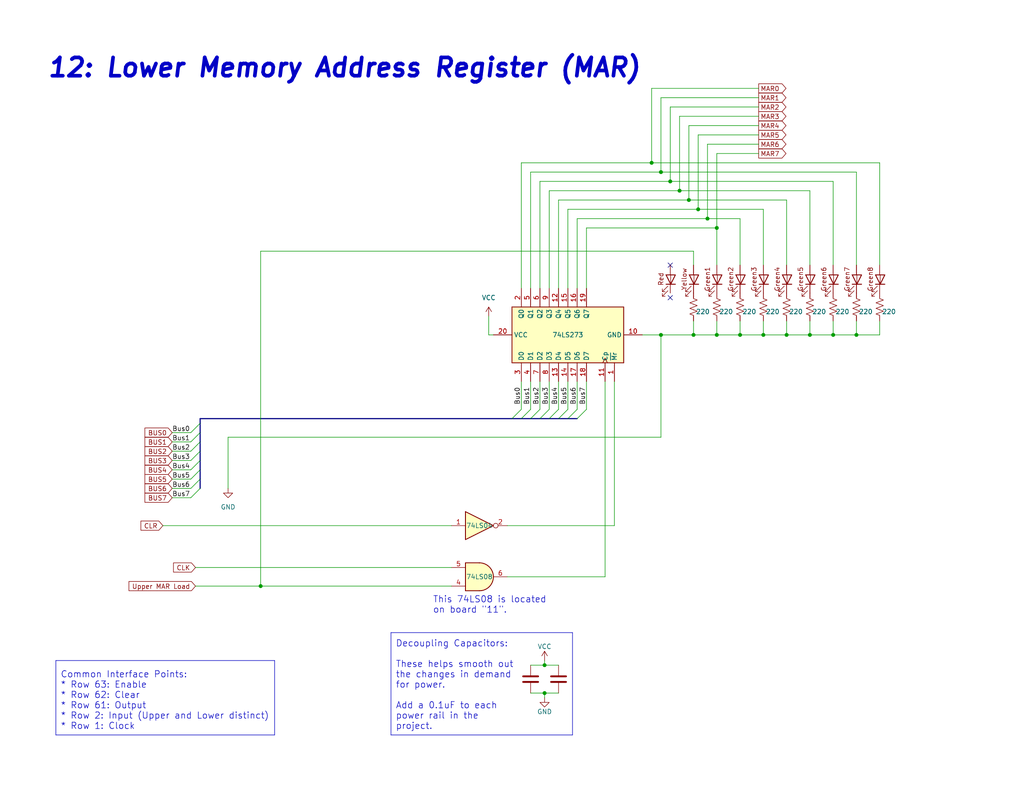
<source format=kicad_sch>
(kicad_sch (version 20211123) (generator eeschema)
  (paper "USLetter")
  (title_block (title "12: Upper Memory Address Register (MAR)") (date "2022-02-27") (rev "1.1") (comment 1 "This board is located in Column 1 and Row 2") (comment 2 "The 74LS08 is located on board \"11\"") (comment 3 "The 74LS04 located on this board is shared with board \"11\""))
  (lib_symbols
    (symbol "74xx:74LS04"
      (property "Reference" "U" (at 0 1.27 0))
      (property "Value" "74LS04" (at 0 -1.27 0))
      (symbol "74LS04_1_0"
        (polyline (pts (xy -3.81 3.81) (xy -3.81 -3.81) (xy 3.81 0) (xy -3.81 3.81)) (stroke (width 0.254)) (fill (type background)))
        (pin input line (at -7.62 0 0) (length 3.81) (name "~") (number "1"))
        (pin output inverted (at 7.62 0 180) (length 3.81) (name "~") (number "2"))
      )
      (symbol "74LS04_2_0"
        (polyline (pts (xy -3.81 3.81) (xy -3.81 -3.81) (xy 3.81 0) (xy -3.81 3.81)) (stroke (width 0.254)) (fill (type background)))
        (pin input line (at -7.62 0 0) (length 3.81) (name "~") (number "3"))
        (pin output inverted (at 7.62 0 180) (length 3.81) (name "~") (number "4"))
      )
      (symbol "74LS04_3_0"
        (polyline (pts (xy -3.81 3.81) (xy -3.81 -3.81) (xy 3.81 0) (xy -3.81 3.81)) (stroke (width 0.254)) (fill (type background)))
        (pin input line (at -7.62 0 0) (length 3.81) (name "~") (number "5"))
        (pin output inverted (at 7.62 0 180) (length 3.81) (name "~") (number "6"))
      )
      (symbol "74LS04_4_0"
        (polyline (pts (xy -3.81 3.81) (xy -3.81 -3.81) (xy 3.81 0) (xy -3.81 3.81)) (stroke (width 0.254)) (fill (type background)))
        (pin output inverted (at 7.62 0 180) (length 3.81) (name "~") (number "8"))
        (pin input line (at -7.62 0 0) (length 3.81) (name "~") (number "9"))
      )
      (symbol "74LS04_5_0"
        (polyline (pts (xy -3.81 3.81) (xy -3.81 -3.81) (xy 3.81 0) (xy -3.81 3.81)) (stroke (width 0.254)) (fill (type background)))
        (pin output inverted (at 7.62 0 180) (length 3.81) (name "~") (number "10"))
        (pin input line (at -7.62 0 0) (length 3.81) (name "~") (number "11"))
      )
      (symbol "74LS04_6_0"
        (polyline (pts (xy -3.81 3.81) (xy -3.81 -3.81) (xy 3.81 0) (xy -3.81 3.81)) (stroke (width 0.254)) (fill (type background)))
        (pin output inverted (at 7.62 0 180) (length 3.81) (name "~") (number "12"))
        (pin input line (at -7.62 0 0) (length 3.81) (name "~") (number "13"))
      )
      (symbol "74LS04_7_0"
        (pin power_in line (at 0 12.7 270) (length 5.08) (name "VCC") (number "14"))
        (pin power_in line (at 0 -12.7 90) (length 5.08) (name "GND") (number "7"))
      )
      (symbol "74LS04_7_1"
        (rectangle (start -5.08 7.62) (end 5.08 -7.62) (stroke (width 0.254)) (fill (type background)))
      )
    )
    (symbol "74xx:74LS08" (pin_names (offset 1.016))
      (property "Reference" "U" (at 0 1.27 0))
      (property "Value" "74LS08" (at 0 -1.27 0))
      (symbol "74LS08_1_1"
        (arc (start 0 -3.81) (mid 3.81 0) (end 0 3.81) (stroke (width 0.254)) (fill (type background)))
        (polyline (pts (xy 0 3.81) (xy -3.81 3.81) (xy -3.81 -3.81) (xy 0 -3.81)) (stroke (width 0.254)) (fill (type background)))
        (pin input line (at -7.62 2.54 0) (length 3.81) (name "~") (number "1"))
        (pin input line (at -7.62 -2.54 0) (length 3.81) (name "~") (number "2"))
        (pin output line (at 7.62 0 180) (length 3.81) (name "~") (number "3"))
      )
      (symbol "74LS08_1_2"
        (arc (start -3.81 -3.81) (mid -2.589 0) (end -3.81 3.81) (stroke (width 0.254)))
        (arc (start -0.6096 -3.81) (mid 2.1855 -2.584) (end 3.81 0) (stroke (width 0.254)) (fill (type background)))
        (polyline (pts (xy -3.81 -3.81) (xy -0.635 -3.81)) (stroke (width 0.254)) (fill (type background)))
        (polyline (pts (xy -3.81 3.81) (xy -0.635 3.81)) (stroke (width 0.254)) (fill (type background)))
        (polyline (pts (xy -0.635 3.81) (xy -3.81 3.81) (xy -3.81 3.81) (xy -3.556 3.4036) (xy -3.0226 2.2606) (xy -2.6924 1.0414) (xy -2.6162 -0.254) (xy -2.7686 -1.4986) (xy -3.175 -2.7178) (xy -3.81 -3.81) (xy -3.81 -3.81) (xy -0.635 -3.81)) (stroke (width -25.4)) (fill (type background)))
        (arc (start 3.81 0) (mid 2.1928 2.5925) (end -0.6096 3.81) (stroke (width 0.254)) (fill (type background)))
        (pin input inverted (at -7.62 2.54 0) (length 4.318) (name "~") (number "1"))
        (pin input inverted (at -7.62 -2.54 0) (length 4.318) (name "~") (number "2"))
        (pin output inverted (at 7.62 0 180) (length 3.81) (name "~") (number "3"))
      )
      (symbol "74LS08_2_1"
        (arc (start 0 -3.81) (mid 3.81 0) (end 0 3.81) (stroke (width 0.254)) (fill (type background)))
        (polyline (pts (xy 0 3.81) (xy -3.81 3.81) (xy -3.81 -3.81) (xy 0 -3.81)) (stroke (width 0.254)) (fill (type background)))
        (pin input line (at -7.62 2.54 0) (length 3.81) (name "~") (number "4"))
        (pin input line (at -7.62 -2.54 0) (length 3.81) (name "~") (number "5"))
        (pin output line (at 7.62 0 180) (length 3.81) (name "~") (number "6"))
      )
      (symbol "74LS08_2_2"
        (arc (start -3.81 -3.81) (mid -2.589 0) (end -3.81 3.81) (stroke (width 0.254)))
        (arc (start -0.6096 -3.81) (mid 2.1855 -2.584) (end 3.81 0) (stroke (width 0.254)) (fill (type background)))
        (polyline (pts (xy -3.81 -3.81) (xy -0.635 -3.81)) (stroke (width 0.254)) (fill (type background)))
        (polyline (pts (xy -3.81 3.81) (xy -0.635 3.81)) (stroke (width 0.254)) (fill (type background)))
        (polyline (pts (xy -0.635 3.81) (xy -3.81 3.81) (xy -3.81 3.81) (xy -3.556 3.4036) (xy -3.0226 2.2606) (xy -2.6924 1.0414) (xy -2.6162 -0.254) (xy -2.7686 -1.4986) (xy -3.175 -2.7178) (xy -3.81 -3.81) (xy -3.81 -3.81) (xy -0.635 -3.81)) (stroke (width -25.4)) (fill (type background)))
        (arc (start 3.81 0) (mid 2.1928 2.5925) (end -0.6096 3.81) (stroke (width 0.254)) (fill (type background)))
        (pin input inverted (at -7.62 2.54 0) (length 4.318) (name "~") (number "4"))
        (pin input inverted (at -7.62 -2.54 0) (length 4.318) (name "~") (number "5"))
        (pin output inverted (at 7.62 0 180) (length 3.81) (name "~") (number "6"))
      )
      (symbol "74LS08_3_1"
        (arc (start 0 -3.81) (mid 3.81 0) (end 0 3.81) (stroke (width 0.254)) (fill (type background)))
        (polyline (pts (xy 0 3.81) (xy -3.81 3.81) (xy -3.81 -3.81) (xy 0 -3.81)) (stroke (width 0.254)) (fill (type background)))
        (pin input line (at -7.62 -2.54 0) (length 3.81) (name "~") (number "10"))
        (pin output line (at 7.62 0 180) (length 3.81) (name "~") (number "8"))
        (pin input line (at -7.62 2.54 0) (length 3.81) (name "~") (number "9"))
      )
      (symbol "74LS08_3_2"
        (arc (start -3.81 -3.81) (mid -2.589 0) (end -3.81 3.81) (stroke (width 0.254)))
        (arc (start -0.6096 -3.81) (mid 2.1855 -2.584) (end 3.81 0) (stroke (width 0.254)) (fill (type background)))
        (polyline (pts (xy -3.81 -3.81) (xy -0.635 -3.81)) (stroke (width 0.254)) (fill (type background)))
        (polyline (pts (xy -3.81 3.81) (xy -0.635 3.81)) (stroke (width 0.254)) (fill (type background)))
        (polyline (pts (xy -0.635 3.81) (xy -3.81 3.81) (xy -3.81 3.81) (xy -3.556 3.4036) (xy -3.0226 2.2606) (xy -2.6924 1.0414) (xy -2.6162 -0.254) (xy -2.7686 -1.4986) (xy -3.175 -2.7178) (xy -3.81 -3.81) (xy -3.81 -3.81) (xy -0.635 -3.81)) (stroke (width -25.4)) (fill (type background)))
        (arc (start 3.81 0) (mid 2.1928 2.5925) (end -0.6096 3.81) (stroke (width 0.254)) (fill (type background)))
        (pin input inverted (at -7.62 -2.54 0) (length 4.318) (name "~") (number "10"))
        (pin output inverted (at 7.62 0 180) (length 3.81) (name "~") (number "8"))
        (pin input inverted (at -7.62 2.54 0) (length 4.318) (name "~") (number "9"))
      )
      (symbol "74LS08_4_1"
        (arc (start 0 -3.81) (mid 3.81 0) (end 0 3.81) (stroke (width 0.254)) (fill (type background)))
        (polyline (pts (xy 0 3.81) (xy -3.81 3.81) (xy -3.81 -3.81) (xy 0 -3.81)) (stroke (width 0.254)) (fill (type background)))
        (pin output line (at 7.62 0 180) (length 3.81) (name "~") (number "11"))
        (pin input line (at -7.62 2.54 0) (length 3.81) (name "~") (number "12"))
        (pin input line (at -7.62 -2.54 0) (length 3.81) (name "~") (number "13"))
      )
      (symbol "74LS08_4_2"
        (arc (start -3.81 -3.81) (mid -2.589 0) (end -3.81 3.81) (stroke (width 0.254)))
        (arc (start -0.6096 -3.81) (mid 2.1855 -2.584) (end 3.81 0) (stroke (width 0.254)) (fill (type background)))
        (polyline (pts (xy -3.81 -3.81) (xy -0.635 -3.81)) (stroke (width 0.254)) (fill (type background)))
        (polyline (pts (xy -3.81 3.81) (xy -0.635 3.81)) (stroke (width 0.254)) (fill (type background)))
        (polyline (pts (xy -0.635 3.81) (xy -3.81 3.81) (xy -3.81 3.81) (xy -3.556 3.4036) (xy -3.0226 2.2606) (xy -2.6924 1.0414) (xy -2.6162 -0.254) (xy -2.7686 -1.4986) (xy -3.175 -2.7178) (xy -3.81 -3.81) (xy -3.81 -3.81) (xy -0.635 -3.81)) (stroke (width -25.4)) (fill (type background)))
        (arc (start 3.81 0) (mid 2.1928 2.5925) (end -0.6096 3.81) (stroke (width 0.254)) (fill (type background)))
        (pin output inverted (at 7.62 0 180) (length 3.81) (name "~") (number "11"))
        (pin input inverted (at -7.62 2.54 0) (length 4.318) (name "~") (number "12"))
        (pin input inverted (at -7.62 -2.54 0) (length 4.318) (name "~") (number "13"))
      )
      (symbol "74LS08_5_0"
        (pin power_in line (at 0 12.7 270) (length 5.08) (name "VCC") (number "14"))
        (pin power_in line (at 0 -12.7 90) (length 5.08) (name "GND") (number "7"))
      )
      (symbol "74LS08_5_1"
        (rectangle (start -5.08 7.62) (end 5.08 -7.62) (stroke (width 0.254)) (fill (type background)))
      )
    )
    (symbol "74xx:74LS273"
      (property "Reference" "U" (at -7.62 16.51 0))
      (property "Value" "74LS273" (at -7.62 -16.51 0))
      (symbol "74LS273_1_0"
        (pin input line (at -12.7 -12.7 0) (length 5.08) (name "~{Mr}") (number "1"))
        (pin power_in line (at 0 -20.32 90) (length 5.08) (name "GND") (number "10"))
        (pin input clock (at -12.7 -10.16 0) (length 5.08) (name "Cp") (number "11"))
        (pin output line (at 12.7 2.54 180) (length 5.08) (name "Q4") (number "12"))
        (pin input line (at -12.7 2.54 0) (length 5.08) (name "D4") (number "13"))
        (pin input line (at -12.7 0 0) (length 5.08) (name "D5") (number "14"))
        (pin output line (at 12.7 0 180) (length 5.08) (name "Q5") (number "15"))
        (pin output line (at 12.7 -2.54 180) (length 5.08) (name "Q6") (number "16"))
        (pin input line (at -12.7 -2.54 0) (length 5.08) (name "D6") (number "17"))
        (pin input line (at -12.7 -5.08 0) (length 5.08) (name "D7") (number "18"))
        (pin output line (at 12.7 -5.08 180) (length 5.08) (name "Q7") (number "19"))
        (pin output line (at 12.7 12.7 180) (length 5.08) (name "Q0") (number "2"))
        (pin power_in line (at 0 20.32 270) (length 5.08) (name "VCC") (number "20"))
        (pin input line (at -12.7 12.7 0) (length 5.08) (name "D0") (number "3"))
        (pin input line (at -12.7 10.16 0) (length 5.08) (name "D1") (number "4"))
        (pin output line (at 12.7 10.16 180) (length 5.08) (name "Q1") (number "5"))
        (pin output line (at 12.7 7.62 180) (length 5.08) (name "Q2") (number "6"))
        (pin input line (at -12.7 7.62 0) (length 5.08) (name "D2") (number "7"))
        (pin input line (at -12.7 5.08 0) (length 5.08) (name "D3") (number "8"))
        (pin output line (at 12.7 5.08 180) (length 5.08) (name "Q3") (number "9"))
      )
      (symbol "74LS273_1_1"
        (rectangle (start -7.62 15.24) (end 7.62 -15.24) (stroke (width 0.254)) (fill (type background)))
      )
    )
    (symbol "Device:C" (pin_numbers hide) (pin_names (offset 0.254))
      (property "Reference" "C" (at 0.635 2.54 0))
      (property "Value" "C" (at 0.635 -2.54 0))
      (symbol "C_0_1"
        (polyline (pts (xy -2.032 -0.762) (xy 2.032 -0.762)) (stroke (width 0.508)))
        (polyline (pts (xy -2.032 0.762) (xy 2.032 0.762)) (stroke (width 0.508)))
      )
      (symbol "C_1_1"
        (pin passive line (at 0 3.81 270) (length 2.794) (name "~") (number "1"))
        (pin passive line (at 0 -3.81 90) (length 2.794) (name "~") (number "2"))
      )
    )
    (symbol "Device:R_US" (pin_numbers hide) (pin_names (offset 0))
      (property "Reference" "R" (at 2.54 0 90))
      (property "Value" "R_US" (at -2.54 0 90))
      (symbol "R_US_0_1"
        (polyline (pts (xy 0 -2.286) (xy 0 -2.54)))
        (polyline (pts (xy 0 2.286) (xy 0 2.54)))
        (polyline (pts (xy 0 -0.762) (xy 1.016 -1.143) (xy 0 -1.524) (xy -1.016 -1.905) (xy 0 -2.286)))
        (polyline (pts (xy 0 0.762) (xy 1.016 0.381) (xy 0 0) (xy -1.016 -0.381) (xy 0 -0.762)))
        (polyline (pts (xy 0 2.286) (xy 1.016 1.905) (xy 0 1.524) (xy -1.016 1.143) (xy 0 0.762)))
      )
      (symbol "R_US_1_1"
        (pin passive line (at 0 3.81 270) (length 1.27) (name "~") (number "1"))
        (pin passive line (at 0 -3.81 90) (length 1.27) (name "~") (number "2"))
      )
    )
    (symbol "SB1R1Y8G_LED:SB1R1Y8G_LED"
      (symbol "SB1R1Y8G_LED_0_0"
        (text "" (at 0.635 0 900) (effects (font (size 1.27 1.27))))
        (text "" (at 1.27 -15.24 0) (effects (font (size 1.27 1.27))))
      )
      (symbol "SB1R1Y8G_LED_0_1"
        (polyline (pts (xy -1.397 -0.127) (xy 1.143 -0.127)))
        (polyline (pts (xy -1.397 1.143) (xy -1.397 -1.397)) (stroke (width 0.254)))
        (polyline (pts (xy 1.143 1.143) (xy 1.143 -1.397) (xy -1.397 -0.127) (xy 1.143 1.143)) (stroke (width 0.254)))
        (polyline (pts (xy -3.175 0.635) (xy -4.699 2.159) (xy -3.937 2.159) (xy -4.699 2.159) (xy -4.699 1.397)))
        (polyline (pts (xy -1.905 0.635) (xy -3.429 2.159) (xy -2.667 2.159) (xy -3.429 2.159) (xy -3.429 1.397)))
      )
      (symbol "SB1R1Y8G_LED_1_0"
        (text "Red" (at 0 2.54 0) (effects (font (size 1.27 1.27))))
      )
      (symbol "SB1R1Y8G_LED_1_1"
        (pin passive line (at -3.81 0 0) (length 2.54) (name "") (number "1"))
        (pin passive line (at 3.81 0 180) (length 2.54) (name "") (number "11"))
      )
      (symbol "SB1R1Y8G_LED_2_0"
        (text "Yellow" (at 0 2.54 0) (effects (font (size 1.27 1.27))))
      )
      (symbol "SB1R1Y8G_LED_2_1"
        (pin passive line (at 3.81 0 180) (length 2.54) (name "") (number "12"))
        (pin passive line (at -3.81 0 0) (length 2.54) (name "") (number "2"))
      )
      (symbol "SB1R1Y8G_LED_3_0"
        (text "Green1" (at 0 2.54 0) (effects (font (size 1.27 1.27))))
      )
      (symbol "SB1R1Y8G_LED_3_1"
        (pin passive line (at 3.81 0 180) (length 2.54) (name "") (number "13"))
        (pin passive line (at -3.81 0 0) (length 2.54) (name "") (number "3"))
      )
      (symbol "SB1R1Y8G_LED_4_0"
        (text "Green2" (at 0 2.54 0) (effects (font (size 1.27 1.27))))
      )
      (symbol "SB1R1Y8G_LED_4_1"
        (pin passive line (at 3.81 0 180) (length 2.54) (name "") (number "14"))
        (pin passive line (at -3.81 0 0) (length 2.54) (name "") (number "4"))
      )
      (symbol "SB1R1Y8G_LED_5_0"
        (text "Green3" (at 0 2.54 0) (effects (font (size 1.27 1.27))))
      )
      (symbol "SB1R1Y8G_LED_5_1"
        (pin passive line (at 3.81 0 180) (length 2.54) (name "") (number "15"))
        (pin passive line (at -3.81 0 0) (length 2.54) (name "") (number "5"))
      )
      (symbol "SB1R1Y8G_LED_6_0"
        (text "Green4" (at 0 2.54 0) (effects (font (size 1.27 1.27))))
      )
      (symbol "SB1R1Y8G_LED_6_1"
        (pin passive line (at 3.81 0 180) (length 2.54) (name "") (number "16"))
        (pin passive line (at -3.81 0 0) (length 2.54) (name "") (number "6"))
      )
      (symbol "SB1R1Y8G_LED_7_0"
        (text "Green5" (at 0 2.54 0) (effects (font (size 1.27 1.27))))
      )
      (symbol "SB1R1Y8G_LED_7_1"
        (pin passive line (at 3.81 0 180) (length 2.54) (name "") (number "17"))
        (pin passive line (at -3.81 0 0) (length 2.54) (name "") (number "7"))
      )
      (symbol "SB1R1Y8G_LED_8_0"
        (text "Green6" (at 0 2.54 0) (effects (font (size 1.27 1.27))))
      )
      (symbol "SB1R1Y8G_LED_8_1"
        (pin passive line (at 3.81 0 180) (length 2.54) (name "") (number "18"))
        (pin passive line (at -3.81 0 0) (length 2.54) (name "") (number "8"))
      )
      (symbol "SB1R1Y8G_LED_9_0"
        (text "Green7" (at 0 2.54 0) (effects (font (size 1.27 1.27))))
      )
      (symbol "SB1R1Y8G_LED_9_1"
        (pin passive line (at 3.81 0 180) (length 2.54) (name "") (number "19"))
        (pin passive line (at -3.81 0 0) (length 2.54) (name "") (number "9"))
      )
      (symbol "SB1R1Y8G_LED_10_0"
        (text "Green8" (at 0 2.54 0) (effects (font (size 1.27 1.27))))
      )
      (symbol "SB1R1Y8G_LED_10_1"
        (pin passive line (at 3.81 0 180) (length 2.54) (name "") (number "10"))
        (pin passive line (at -3.81 0 0) (length 2.54) (name "") (number "20"))
      )
    )
    (symbol "power:GND" (power) (pin_names (offset 0))
      (property "Value" "GND" (at 0 -3.81 0))
      (symbol "GND_0_1"
        (polyline (pts (xy 0 0) (xy 0 -1.27) (xy 1.27 -1.27) (xy 0 -2.54) (xy -1.27 -1.27) (xy 0 -1.27)))
      )
      (symbol "GND_1_1"
        (pin power_in line (at 0 0 270) (length 0) hide (name "GND") (number "1"))
      )
    )
    (symbol "power:VCC" (power) (pin_names (offset 0))
      (property "Value" "VCC" (at 0 3.81 0))
      (symbol "VCC_0_1"
        (polyline (pts (xy -0.762 1.27) (xy 0 2.54)))
        (polyline (pts (xy 0 0) (xy 0 2.54)))
        (polyline (pts (xy 0 2.54) (xy 0.762 1.27)))
      )
      (symbol "VCC_1_1"
        (pin power_in line (at 0 0 90) (length 0) hide (name "VCC") (number "1"))
      )
    )
  )
  (junction (at 195.58 62.23))
  (junction (at 214.63 91.44))
  (junction (at 180.34 46.99))
  (junction (at 148.59 181.61))
  (junction (at 182.88 49.53))
  (junction (at 193.04 59.69))
  (junction (at 180.34 91.44))
  (junction (at 185.42 52.07))
  (junction (at 227.33 91.44))
  (junction (at 190.5 57.15))
  (junction (at 71.12 160.02))
  (junction (at 195.58 91.44))
  (junction (at 233.68 91.44))
  (junction (at 187.96 54.61))
  (junction (at 201.93 91.44))
  (junction (at 220.98 91.44))
  (junction (at 177.8 44.45))
  (junction (at 208.28 91.44))
  (junction (at 189.23 91.44))
  (junction (at 148.59 189.23))
  (no_connect (at 182.88 81.28))
  (no_connect (at 182.88 72.39))
  (bus_entry (at 52.07 125.73) (size 2.54 -2.54))
  (bus_entry (at 52.07 123.19) (size 2.54 -2.54))
  (bus_entry (at 149.86 111.76) (size -2.54 2.54))
  (bus_entry (at 147.32 111.76) (size -2.54 2.54))
  (bus_entry (at 52.07 118.11) (size 2.54 -2.54))
  (bus_entry (at 142.24 111.76) (size -2.54 2.54))
  (bus_entry (at 152.4 111.76) (size -2.54 2.54))
  (bus_entry (at 52.07 135.89) (size 2.54 -2.54))
  (bus_entry (at 160.02 111.76) (size -2.54 2.54))
  (bus_entry (at 52.07 133.35) (size 2.54 -2.54))
  (bus_entry (at 52.07 128.27) (size 2.54 -2.54))
  (bus_entry (at 144.78 111.76) (size -2.54 2.54))
  (bus_entry (at 157.48 111.76) (size -2.54 2.54))
  (bus_entry (at 154.94 111.76) (size -2.54 2.54))
  (bus_entry (at 52.07 130.81) (size 2.54 -2.54))
  (bus_entry (at 52.07 120.65) (size 2.54 -2.54))
  (wire (pts (xy 189.23 68.58) (xy 189.23 72.39)))
  (wire (pts (xy 152.4 104.14) (xy 152.4 111.76)))
  (wire (pts (xy 233.68 91.44) (xy 240.03 91.44)))
  (wire (pts (xy 144.78 104.14) (xy 144.78 111.76)))
  (wire (pts (xy 138.43 143.51) (xy 167.64 143.51)))
  (wire (pts (xy 190.5 57.15) (xy 208.28 57.15)))
  (wire (pts (xy 157.48 78.74) (xy 157.48 59.69)))
  (wire (pts (xy 207.01 26.67) (xy 180.34 26.67)))
  (wire (pts (xy 148.59 189.23) (xy 152.4 189.23)))
  (bus (pts (xy 54.61 120.65) (xy 54.61 123.19)))
  (wire (pts (xy 46.99 135.89) (xy 52.07 135.89)))
  (wire (pts (xy 142.24 104.14) (xy 142.24 111.76)))
  (wire (pts (xy 152.4 78.74) (xy 152.4 54.61)))
  (polyline (pts (xy 74.93 200.66) (xy 15.24 200.66)) (stroke (width 0) (type solid)))
  (bus (pts (xy 54.61 123.19) (xy 54.61 125.73)))
  (wire (pts (xy 46.99 123.19) (xy 52.07 123.19)))
  (wire (pts (xy 214.63 54.61) (xy 214.63 72.39)))
  (bus (pts (xy 152.4 114.3) (xy 149.86 114.3)))
  (wire (pts (xy 147.32 104.14) (xy 147.32 111.76)))
  (wire (pts (xy 138.43 157.48) (xy 165.1 157.48)))
  (wire (pts (xy 144.78 46.99) (xy 180.34 46.99)))
  (wire (pts (xy 201.93 91.44) (xy 208.28 91.44)))
  (bus (pts (xy 54.61 114.3) (xy 54.61 115.57)))
  (wire (pts (xy 220.98 87.63) (xy 220.98 91.44)))
  (wire (pts (xy 208.28 91.44) (xy 214.63 91.44)))
  (bus (pts (xy 147.32 114.3) (xy 144.78 114.3)))
  (wire (pts (xy 62.23 119.38) (xy 180.34 119.38)))
  (wire (pts (xy 189.23 91.44) (xy 195.58 91.44)))
  (wire (pts (xy 195.58 41.91) (xy 195.58 62.23)))
  (wire (pts (xy 208.28 57.15) (xy 208.28 72.39)))
  (wire (pts (xy 53.34 160.02) (xy 71.12 160.02)))
  (wire (pts (xy 144.78 78.74) (xy 144.78 46.99)))
  (wire (pts (xy 149.86 78.74) (xy 149.86 52.07)))
  (wire (pts (xy 160.02 62.23) (xy 195.58 62.23)))
  (wire (pts (xy 207.01 36.83) (xy 190.5 36.83)))
  (wire (pts (xy 214.63 87.63) (xy 214.63 91.44)))
  (wire (pts (xy 175.26 91.44) (xy 180.34 91.44)))
  (polyline (pts (xy 156.21 200.66) (xy 106.68 200.66)) (stroke (width 0) (type solid)))
  (wire (pts (xy 180.34 91.44) (xy 180.34 119.38)))
  (wire (pts (xy 187.96 34.29) (xy 187.96 54.61)))
  (wire (pts (xy 167.64 104.14) (xy 167.64 143.51)))
  (wire (pts (xy 189.23 87.63) (xy 189.23 91.44)))
  (wire (pts (xy 144.78 181.61) (xy 148.59 181.61)))
  (polyline (pts (xy 156.21 172.72) (xy 156.21 200.66)) (stroke (width 0) (type solid)))
  (wire (pts (xy 180.34 91.44) (xy 189.23 91.44)))
  (bus (pts (xy 142.24 114.3) (xy 139.7 114.3)))
  (wire (pts (xy 207.01 31.75) (xy 185.42 31.75)))
  (wire (pts (xy 154.94 78.74) (xy 154.94 57.15)))
  (wire (pts (xy 152.4 54.61) (xy 187.96 54.61)))
  (wire (pts (xy 53.34 154.94) (xy 123.19 154.94)))
  (wire (pts (xy 157.48 59.69) (xy 193.04 59.69)))
  (wire (pts (xy 133.35 86.36) (xy 133.35 91.44)))
  (wire (pts (xy 46.99 128.27) (xy 52.07 128.27)))
  (wire (pts (xy 147.32 78.74) (xy 147.32 49.53)))
  (wire (pts (xy 201.93 87.63) (xy 201.93 91.44)))
  (bus (pts (xy 54.61 115.57) (xy 54.61 118.11)))
  (bus (pts (xy 144.78 114.3) (xy 142.24 114.3)))
  (wire (pts (xy 71.12 160.02) (xy 123.19 160.02)))
  (wire (pts (xy 227.33 49.53) (xy 227.33 72.39)))
  (polyline (pts (xy 106.68 172.72) (xy 156.21 172.72)) (stroke (width 0) (type solid)))
  (wire (pts (xy 185.42 31.75) (xy 185.42 52.07)))
  (wire (pts (xy 195.58 87.63) (xy 195.58 91.44)))
  (wire (pts (xy 233.68 87.63) (xy 233.68 91.44)))
  (wire (pts (xy 154.94 104.14) (xy 154.94 111.76)))
  (wire (pts (xy 46.99 125.73) (xy 52.07 125.73)))
  (bus (pts (xy 54.61 130.81) (xy 54.61 133.35)))
  (bus (pts (xy 149.86 114.3) (xy 147.32 114.3)))
  (wire (pts (xy 193.04 39.37) (xy 193.04 59.69)))
  (wire (pts (xy 190.5 36.83) (xy 190.5 57.15)))
  (wire (pts (xy 220.98 52.07) (xy 220.98 72.39)))
  (wire (pts (xy 201.93 59.69) (xy 201.93 72.39)))
  (wire (pts (xy 46.99 130.81) (xy 52.07 130.81)))
  (wire (pts (xy 71.12 68.58) (xy 71.12 160.02)))
  (wire (pts (xy 177.8 24.13) (xy 177.8 44.45)))
  (polyline (pts (xy 106.68 172.72) (xy 106.68 200.66)) (stroke (width 0) (type solid)))
  (wire (pts (xy 46.99 133.35) (xy 52.07 133.35)))
  (wire (pts (xy 157.48 104.14) (xy 157.48 111.76)))
  (bus (pts (xy 54.61 128.27) (xy 54.61 130.81)))
  (wire (pts (xy 148.59 181.61) (xy 152.4 181.61)))
  (wire (pts (xy 227.33 91.44) (xy 233.68 91.44)))
  (wire (pts (xy 207.01 41.91) (xy 195.58 41.91)))
  (wire (pts (xy 214.63 91.44) (xy 220.98 91.44)))
  (bus (pts (xy 54.61 118.11) (xy 54.61 120.65)))
  (wire (pts (xy 133.35 91.44) (xy 134.62 91.44)))
  (wire (pts (xy 148.59 180.34) (xy 148.59 181.61)))
  (wire (pts (xy 233.68 46.99) (xy 233.68 72.39)))
  (wire (pts (xy 149.86 104.14) (xy 149.86 111.76)))
  (wire (pts (xy 207.01 24.13) (xy 177.8 24.13)))
  (bus (pts (xy 157.48 114.3) (xy 154.94 114.3)))
  (wire (pts (xy 207.01 34.29) (xy 187.96 34.29)))
  (wire (pts (xy 207.01 39.37) (xy 193.04 39.37)))
  (wire (pts (xy 62.23 119.38) (xy 62.23 133.35)))
  (wire (pts (xy 182.88 29.21) (xy 182.88 49.53)))
  (wire (pts (xy 207.01 29.21) (xy 182.88 29.21)))
  (wire (pts (xy 187.96 54.61) (xy 214.63 54.61)))
  (polyline (pts (xy 15.24 180.34) (xy 74.93 180.34)) (stroke (width 0) (type solid)))
  (wire (pts (xy 160.02 78.74) (xy 160.02 62.23)))
  (wire (pts (xy 195.58 62.23) (xy 195.58 72.39)))
  (wire (pts (xy 46.99 120.65) (xy 52.07 120.65)))
  (wire (pts (xy 142.24 78.74) (xy 142.24 44.45)))
  (wire (pts (xy 180.34 46.99) (xy 233.68 46.99)))
  (bus (pts (xy 154.94 114.3) (xy 152.4 114.3)))
  (bus (pts (xy 54.61 125.73) (xy 54.61 128.27)))
  (wire (pts (xy 144.78 189.23) (xy 148.59 189.23)))
  (wire (pts (xy 160.02 104.14) (xy 160.02 111.76)))
  (wire (pts (xy 71.12 68.58) (xy 189.23 68.58)))
  (wire (pts (xy 182.88 49.53) (xy 227.33 49.53)))
  (wire (pts (xy 142.24 44.45) (xy 177.8 44.45)))
  (wire (pts (xy 240.03 44.45) (xy 240.03 72.39)))
  (wire (pts (xy 227.33 87.63) (xy 227.33 91.44)))
  (wire (pts (xy 177.8 44.45) (xy 240.03 44.45)))
  (wire (pts (xy 195.58 91.44) (xy 201.93 91.44)))
  (wire (pts (xy 193.04 59.69) (xy 201.93 59.69)))
  (wire (pts (xy 44.45 143.51) (xy 123.19 143.51)))
  (wire (pts (xy 185.42 52.07) (xy 220.98 52.07)))
  (wire (pts (xy 149.86 52.07) (xy 185.42 52.07)))
  (wire (pts (xy 154.94 57.15) (xy 190.5 57.15)))
  (wire (pts (xy 180.34 26.67) (xy 180.34 46.99)))
  (wire (pts (xy 147.32 49.53) (xy 182.88 49.53)))
  (polyline (pts (xy 74.93 180.34) (xy 74.93 200.66)) (stroke (width 0) (type solid)))
  (wire (pts (xy 220.98 91.44) (xy 227.33 91.44)))
  (wire (pts (xy 46.99 118.11) (xy 52.07 118.11)))
  (wire (pts (xy 148.59 189.23) (xy 148.59 190.5)))
  (wire (pts (xy 165.1 104.14) (xy 165.1 157.48)))
  (polyline (pts (xy 15.24 180.34) (xy 15.24 200.66)) (stroke (width 0) (type solid)))
  (wire (pts (xy 208.28 87.63) (xy 208.28 91.44)))
  (bus (pts (xy 54.61 114.3) (xy 139.7 114.3)))
  (wire (pts (xy 240.03 87.63) (xy 240.03 91.44)))
  (text "This 74LS08 is located \non board \"11\"." (at 118.11 167.64 0) (effects (font (size 1.75 1.75)) (justify left bottom)))
  (text " 12: Lower Memory Address Register (MAR)" (at 8.89 21.59 0) (effects (font (size 5 5) (thickness 1) bold italic) (justify left bottom)))
  (text "Common Interface Points:\n* Row 63: Enable\n* Row 62: Clear\n* Row 61: Output\n* Row 2: Input (Upper and Lower distinct)\n* Row 1: Clock" (at 16.51 199.39 0) (effects (font (size 1.75 1.75)) (justify left bottom)))
  (text "Decoupling Capacitors:\n\nThese helps smooth out \nthe changes in demand \nfor power.\n\nAdd a 0.1uF to each \npower rail in the \nproject." (at 107.95 199.39 0) (effects (font (size 1.75 1.75)) (justify left bottom)))
  (label "Bus6" (at 157.48 110.49 90))
  (label "Bus2" (at 46.99 123.19 0))
  (label "Bus4" (at 46.99 128.27 0))
  (label "Bus1" (at 144.78 110.49 90))
  (label "Bus3" (at 149.86 110.49 90))
  (label "Bus0" (at 142.24 110.49 90))
  (label "Bus6" (at 46.99 133.35 0))
  (label "Bus5" (at 46.99 130.81 0))
  (label "Bus2" (at 147.32 110.49 90))
  (label "Bus7" (at 160.02 110.49 90))
  (label "Bus5" (at 154.94 110.49 90))
  (label "Bus0" (at 46.99 118.11 0))
  (label "Bus1" (at 46.99 120.65 0))
  (label "Bus7" (at 46.99 135.89 0))
  (label "Bus4" (at 152.4 110.49 90))
  (label "Bus3" (at 46.99 125.73 0))
  (global_label "BUS5" (shape input) (at 46.99 130.81 180) (property "Intersheet References" "${INTERSHEET_REFS}" (effects hide)))
  (global_label "MAR6" (shape output) (at 207.01 39.37 0) (property "Intersheet References" "${INTERSHEET_REFS}" (effects hide)))
  (global_label "BUS1" (shape input) (at 46.99 120.65 180) (property "Intersheet References" "${INTERSHEET_REFS}" (effects hide)))
  (global_label "BUS4" (shape input) (at 46.99 128.27 180) (property "Intersheet References" "${INTERSHEET_REFS}" (effects hide)))
  (global_label "BUS6" (shape input) (at 46.99 133.35 180) (property "Intersheet References" "${INTERSHEET_REFS}" (effects hide)))
  (global_label "Upper MAR Load" (shape input) (at 53.34 160.02 180) (property "Intersheet References" "${INTERSHEET_REFS}" (effects hide)))
  (global_label "MAR0" (shape output) (at 207.01 24.13 0) (property "Intersheet References" "${INTERSHEET_REFS}" (effects hide)))
  (global_label "BUS2" (shape input) (at 46.99 123.19 180) (property "Intersheet References" "${INTERSHEET_REFS}" (effects hide)))
  (global_label "MAR2" (shape output) (at 207.01 29.21 0) (property "Intersheet References" "${INTERSHEET_REFS}" (effects hide)))
  (global_label "BUS7" (shape input) (at 46.99 135.89 180) (property "Intersheet References" "${INTERSHEET_REFS}" (effects hide)))
  (global_label "MAR7" (shape output) (at 207.01 41.91 0) (property "Intersheet References" "${INTERSHEET_REFS}" (effects hide)))
  (global_label "BUS3" (shape input) (at 46.99 125.73 180) (property "Intersheet References" "${INTERSHEET_REFS}" (effects hide)))
  (global_label "CLR" (shape input) (at 44.45 143.51 180) (property "Intersheet References" "${INTERSHEET_REFS}" (effects hide)))
  (global_label "MAR5" (shape output) (at 207.01 36.83 0) (property "Intersheet References" "${INTERSHEET_REFS}" (effects hide)))
  (global_label "CLK" (shape input) (at 53.34 154.94 180) (property "Intersheet References" "${INTERSHEET_REFS}" (effects hide)))
  (global_label "MAR1" (shape output) (at 207.01 26.67 0) (property "Intersheet References" "${INTERSHEET_REFS}" (effects hide)))
  (global_label "MAR3" (shape output) (at 207.01 31.75 0) (property "Intersheet References" "${INTERSHEET_REFS}" (effects hide)))
  (global_label "BUS0" (shape input) (at 46.99 118.11 180) (property "Intersheet References" "${INTERSHEET_REFS}" (effects hide)))
  (global_label "MAR4" (shape output) (at 207.01 34.29 0) (property "Intersheet References" "${INTERSHEET_REFS}" (effects hide)))
  (symbol (lib_id "SB1R1Y8G_LED:SB1R1Y8G_LED") (at 195.58 76.2 90) (unit 3)
    (property "Reference" "U?" (effects hide))
    (property "Value" "SB1R1Y8G_LED" (effects hide))
  )
  (symbol (lib_id "74xx:74LS08") (at 130.81 157.48 0) (mirror x) (unit 2)
    (property "Reference" "U?" (effects hide))
    (property "Value" "74LS08" (at 130.81 157.48 0))
    (property "Datasheet" "http://www.ti.com/lit/gpn/sn74LS08" (effects hide))
  )
  (symbol (lib_id "Device:R_US") (at 189.23 83.82 0) (unit 1)
    (property "Reference" "R?" (effects hide))
    (property "Value" "220" (at 191.77 85.0899 0))
  )
  (symbol (lib_id "Device:R_US") (at 220.98 83.82 0) (unit 1)
    (property "Reference" "R?" (effects hide))
    (property "Value" "220" (at 223.52 85.0899 0))
  )
  (symbol (lib_id "SB1R1Y8G_LED:SB1R1Y8G_LED") (at 233.68 76.2 90) (unit 9)
    (property "Reference" "U?" (effects hide))
    (property "Value" "SB1R1Y8G_LED" (effects hide))
  )
  (symbol (lib_id "power:GND") (at 62.23 133.35 0) (unit 1)
    (property "Reference" "#PWR?" (effects hide))
    (property "Value" "GND" (at 62.23 138.43 0))
  )
  (symbol (lib_id "Device:R_US") (at 201.93 83.82 0) (unit 1)
    (property "Reference" "R?" (effects hide))
    (property "Value" "220" (at 204.47 85.0899 0))
  )
  (symbol (lib_id "power:VCC") (at 133.35 86.36 0) (unit 1)
    (property "Reference" "#PWR?" (effects hide))
    (property "Value" "VCC" (at 133.35 81.28 0))
  )
  (symbol (lib_id "SB1R1Y8G_LED:SB1R1Y8G_LED") (at 214.63 76.2 90) (unit 6)
    (property "Reference" "U?" (effects hide))
    (property "Value" "SB1R1Y8G_LED" (effects hide))
  )
  (symbol (lib_id "Device:R_US") (at 233.68 83.82 0) (unit 1)
    (property "Reference" "R?" (effects hide))
    (property "Value" "220" (at 236.22 85.0899 0))
  )
  (symbol (lib_id "Device:C") (at 152.4 185.42 0) (unit 1)
    (property "Reference" "C?" (effects hide))
    (property "Value" "0.1uF" (effects hide))
  )
  (symbol (lib_id "SB1R1Y8G_LED:SB1R1Y8G_LED") (at 220.98 76.2 90) (unit 7)
    (property "Reference" "U?" (effects hide))
    (property "Value" "SB1R1Y8G_LED" (effects hide))
  )
  (symbol (lib_id "SB1R1Y8G_LED:SB1R1Y8G_LED") (at 227.33 76.2 90) (unit 8)
    (property "Reference" "U?" (effects hide))
    (property "Value" "SB1R1Y8G_LED" (effects hide))
  )
  (symbol (lib_id "SB1R1Y8G_LED:SB1R1Y8G_LED") (at 208.28 76.2 90) (unit 5)
    (property "Reference" "U?" (effects hide))
    (property "Value" "SB1R1Y8G_LED" (effects hide))
  )
  (symbol (lib_id "power:GND") (at 148.59 190.5 0) (unit 1)
    (property "Reference" "#PWR?" (effects hide))
    (property "Value" "GND" (at 148.59 194.31 0))
  )
  (symbol (lib_id "Device:C") (at 144.78 185.42 0) (unit 1)
    (property "Reference" "C?" (effects hide))
    (property "Value" "0.1uF" (effects hide))
  )
  (symbol (lib_id "SB1R1Y8G_LED:SB1R1Y8G_LED") (at 189.23 76.2 90) (unit 2)
    (property "Reference" "U?" (effects hide))
    (property "Value" "SB1R1Y8G_LED" (effects hide))
  )
  (symbol (lib_id "Device:R_US") (at 195.58 83.82 0) (unit 1)
    (property "Reference" "R?" (effects hide))
    (property "Value" "220" (at 198.12 85.0899 0))
  )
  (symbol (lib_id "Device:R_US") (at 208.28 83.82 0) (unit 1)
    (property "Reference" "R?" (effects hide))
    (property "Value" "220" (at 210.82 85.0899 0))
  )
  (symbol (lib_id "Device:R_US") (at 214.63 83.82 0) (unit 1)
    (property "Reference" "R?" (effects hide))
    (property "Value" "220" (at 217.17 85.0899 0))
  )
  (symbol (lib_id "SB1R1Y8G_LED:SB1R1Y8G_LED") (at 240.03 76.2 90) (unit 10)
    (property "Reference" "U?" (effects hide))
    (property "Value" "SB1R1Y8G_LED" (effects hide))
  )
  (symbol (lib_id "power:VCC") (at 148.59 180.34 0) (unit 1)
    (property "Reference" "#PWR?" (effects hide))
    (property "Value" "VCC" (at 148.59 176.53 0))
  )
  (symbol (lib_id "SB1R1Y8G_LED:SB1R1Y8G_LED") (at 182.88 76.2 90) (unit 1)
    (property "Reference" "U?" (effects hide))
    (property "Value" "SB1R1Y8G_LED" (effects hide))
  )
  (symbol (lib_id "Device:R_US") (at 240.03 83.82 0) (unit 1)
    (property "Reference" "R?" (effects hide))
    (property "Value" "220" (at 242.57 85.0899 0))
  )
  (symbol (lib_id "74xx:74LS04") (at 130.81 143.51 0) (unit 1)
    (property "Reference" "U?" (effects hide))
    (property "Value" "74LS04" (at 130.81 143.51 0))
    (property "Datasheet" "http://www.ti.com/lit/gpn/sn74LS04" (effects hide))
  )
  (symbol (lib_id "Device:R_US") (at 227.33 83.82 0) (unit 1)
    (property "Reference" "R?" (effects hide))
    (property "Value" "220" (at 229.87 85.0899 0))
  )
  (symbol (lib_id "SB1R1Y8G_LED:SB1R1Y8G_LED") (at 201.93 76.2 90) (unit 4)
    (property "Reference" "U?" (effects hide))
    (property "Value" "SB1R1Y8G_LED" (effects hide))
  )
  (symbol (lib_id "74xx:74LS273") (at 154.94 91.44 90) (unit 1)
    (property "Reference" "U?" (effects hide))
    (property "Value" "74LS273" (at 154.94 91.44 90))
    (property "Datasheet" "http://www.ti.com/lit/gpn/sn74LS273" (effects hide))
  )
)
</source>
